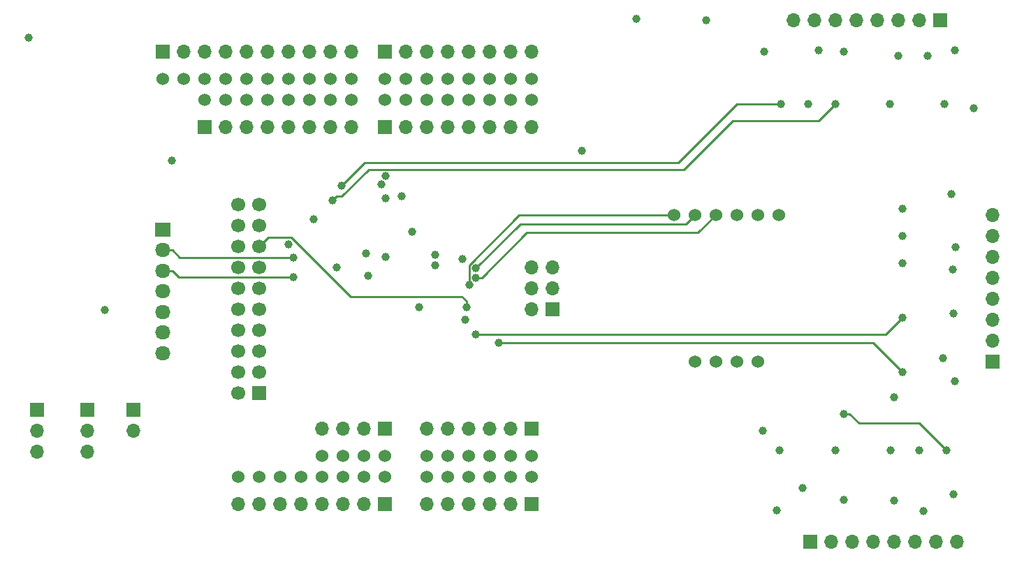
<source format=gbr>
G04 #@! TF.GenerationSoftware,KiCad,Pcbnew,5.0.0-fee4fd1~66~ubuntu18.04.1*
G04 #@! TF.CreationDate,2018-10-02T15:59:07+02:00*
G04 #@! TF.ProjectId,pcb,7063622E6B696361645F706362000000,rev?*
G04 #@! TF.SameCoordinates,Original*
G04 #@! TF.FileFunction,Copper,L3,Inr,Signal*
G04 #@! TF.FilePolarity,Positive*
%FSLAX46Y46*%
G04 Gerber Fmt 4.6, Leading zero omitted, Abs format (unit mm)*
G04 Created by KiCad (PCBNEW 5.0.0-fee4fd1~66~ubuntu18.04.1) date Tue Oct  2 15:59:07 2018*
%MOMM*%
%LPD*%
G01*
G04 APERTURE LIST*
G04 #@! TA.AperFunction,ViaPad*
%ADD10C,1.524000*%
G04 #@! TD*
G04 #@! TA.AperFunction,ViaPad*
%ADD11C,1.523000*%
G04 #@! TD*
G04 #@! TA.AperFunction,ViaPad*
%ADD12O,1.850000X1.700000*%
G04 #@! TD*
G04 #@! TA.AperFunction,ViaPad*
%ADD13R,1.850000X1.700000*%
G04 #@! TD*
G04 #@! TA.AperFunction,ViaPad*
%ADD14O,1.700000X1.700000*%
G04 #@! TD*
G04 #@! TA.AperFunction,ViaPad*
%ADD15R,1.700000X1.700000*%
G04 #@! TD*
G04 #@! TA.AperFunction,ViaPad*
%ADD16C,1.700000*%
G04 #@! TD*
G04 #@! TA.AperFunction,ViaPad*
%ADD17C,1.000000*%
G04 #@! TD*
G04 #@! TA.AperFunction,Conductor*
%ADD18C,0.250000*%
G04 #@! TD*
G04 APERTURE END LIST*
D10*
G04 #@! TO.N,Net-(U2-PadNC1)*
G04 #@! TO.C,U2*
X83820000Y-101600000D03*
G04 #@! TO.N,Net-(JP8-Pad7)*
X86360000Y-101600000D03*
G04 #@! TO.N,/PYNQ_SCL*
X74676000Y-53340000D03*
G04 #@! TO.N,/PYNQ_SDA*
X77216000Y-53340000D03*
G04 #@! TO.N,VCC*
X93980000Y-101600000D03*
D11*
G04 #@! TO.N,Net-(JP4-Pad3)*
X79756000Y-53340000D03*
D10*
G04 #@! TO.N,Net-(JP4-Pad4)*
X82296000Y-53340000D03*
G04 #@! TO.N,Net-(JP4-Pad5)*
X84836000Y-53340000D03*
G04 #@! TO.N,Net-(JP4-Pad6)*
X87376000Y-53340000D03*
G04 #@! TO.N,Net-(JP4-Pad7)*
X89916000Y-53340000D03*
G04 #@! TO.N,Net-(JP4-Pad8)*
X92456000Y-53340000D03*
G04 #@! TO.N,Net-(JP4-Pad9)*
X94996000Y-53340000D03*
G04 #@! TO.N,Net-(JP4-Pad10)*
X97536000Y-53340000D03*
G04 #@! TO.N,Net-(JP3-Pad1)*
X101600000Y-53340000D03*
G04 #@! TO.N,Net-(JP3-Pad2)*
X104140000Y-53340000D03*
G04 #@! TO.N,/PYNQ-DEBUG/LED_2*
X106680000Y-53340000D03*
G04 #@! TO.N,/PYNQ-DEBUG/LED_1*
X109220000Y-53340000D03*
G04 #@! TO.N,/PYNQ-DEBUG/SW_2*
X111760000Y-53340000D03*
G04 #@! TO.N,/PYNQ-DEBUG/SW_1*
X114300000Y-53340000D03*
G04 #@! TO.N,/PYNQ_TX*
X116840000Y-53340000D03*
G04 #@! TO.N,/PYNQ_RX*
X119380000Y-53340000D03*
G04 #@! TO.N,Net-(JP8-Pad6)*
X88900000Y-101600000D03*
G04 #@! TO.N,+3V3*
X91440000Y-101600000D03*
G04 #@! TO.N,GND*
X96520000Y-101600000D03*
X99060000Y-101600000D03*
G04 #@! TO.N,Net-(JP8-Pad1)*
X101600000Y-101600000D03*
G04 #@! TO.N,Net-(JP7-Pad4)*
X111760000Y-101600000D03*
G04 #@! TO.N,Net-(JP7-Pad5)*
X109220000Y-101600000D03*
G04 #@! TO.N,Net-(JP7-Pad6)*
X106680000Y-101600000D03*
G04 #@! TO.N,Net-(JP7-Pad3)*
X114300000Y-101600000D03*
G04 #@! TO.N,Net-(JP7-Pad2)*
X116840000Y-101600000D03*
G04 #@! TO.N,Net-(JP7-Pad1)*
X119380000Y-101600000D03*
G04 #@! TO.N,Net-(JP1-Pad8)*
X119380000Y-55880000D03*
G04 #@! TO.N,Net-(JP1-Pad7)*
X116840000Y-55880000D03*
G04 #@! TO.N,Net-(JP1-Pad6)*
X114300000Y-55880000D03*
G04 #@! TO.N,Net-(JP1-Pad5)*
X111760000Y-55880000D03*
G04 #@! TO.N,Net-(JP1-Pad4)*
X109220000Y-55880000D03*
G04 #@! TO.N,Net-(JP1-Pad3)*
X106680000Y-55880000D03*
G04 #@! TO.N,Net-(JP1-Pad2)*
X104140000Y-55880000D03*
G04 #@! TO.N,Net-(JP1-Pad1)*
X101600000Y-55880000D03*
G04 #@! TO.N,Net-(JP2-Pad8)*
X97536000Y-55880000D03*
G04 #@! TO.N,Net-(JP2-Pad7)*
X94996000Y-55880000D03*
G04 #@! TO.N,Net-(JP2-Pad6)*
X92456000Y-55880000D03*
G04 #@! TO.N,Net-(JP2-Pad5)*
X89916000Y-55880000D03*
G04 #@! TO.N,Net-(JP2-Pad4)*
X87376000Y-55880000D03*
G04 #@! TO.N,Net-(JP2-Pad3)*
X84836000Y-55880000D03*
G04 #@! TO.N,Net-(JP2-Pad2)*
X82296000Y-55880000D03*
D11*
G04 #@! TO.N,Net-(JP2-Pad1)*
X79756000Y-55880000D03*
D10*
G04 #@! TO.N,Net-(JP5-Pad1)*
X119380000Y-99060000D03*
G04 #@! TO.N,Net-(JP5-Pad2)*
X116840000Y-99060000D03*
G04 #@! TO.N,Net-(JP5-Pad3)*
X114300000Y-99060000D03*
G04 #@! TO.N,Net-(JP5-Pad6)*
X106680000Y-99060000D03*
G04 #@! TO.N,Net-(JP5-Pad5)*
X109220000Y-99060000D03*
G04 #@! TO.N,Net-(JP5-Pad4)*
X111760000Y-99060000D03*
G04 #@! TO.N,Net-(JP6-Pad1)*
X101600000Y-99060000D03*
G04 #@! TO.N,Net-(JP6-Pad2)*
X99060000Y-99060000D03*
G04 #@! TO.N,Net-(JP6-Pad3)*
X96520000Y-99060000D03*
G04 #@! TO.N,Net-(JP6-Pad4)*
X93980000Y-99060000D03*
G04 #@! TD*
G04 #@! TO.N,/PB10_IMU_RST*
G04 #@! TO.C,U3*
X136652000Y-69850000D03*
G04 #@! TO.N,/PB12_IMU_SCL*
X139192000Y-69850000D03*
G04 #@! TO.N,/PB11_IMU_SDA*
X141732000Y-69850000D03*
G04 #@! TO.N,GND*
X144272000Y-69850000D03*
G04 #@! TO.N,Net-(U3-Pad5)*
X146812000Y-69850000D03*
G04 #@! TO.N,+3V3*
X149352000Y-69850000D03*
G04 #@! TO.N,Net-(U3-Pad7)*
X146812000Y-87630000D03*
G04 #@! TO.N,Net-(U3-Pad8)*
X144272000Y-87630000D03*
G04 #@! TO.N,/PA9_IMU_INT*
X141732000Y-87630000D03*
G04 #@! TO.N,Net-(U3-Pad10)*
X139192000Y-87630000D03*
G04 #@! TD*
D12*
G04 #@! TO.N,Net-(JP9-Pad2)*
G04 #@! TO.C,U4*
X74676000Y-86628000D03*
G04 #@! TO.N,/LIDAR/MOTO_CTRL*
X74676000Y-84128000D03*
G04 #@! TO.N,GND*
X74676000Y-81628000D03*
G04 #@! TO.N,Net-(C11-Pad1)*
X74676000Y-79128000D03*
G04 #@! TO.N,/LIDAR/RX*
X74676000Y-76628000D03*
G04 #@! TO.N,/LIDAR/TX*
X74676000Y-74128000D03*
D13*
G04 #@! TO.N,GND*
X74676000Y-71628000D03*
G04 #@! TD*
D14*
G04 #@! TO.N,/SPI/MISO*
G04 #@! TO.C,J2*
X119380000Y-76200000D03*
G04 #@! TO.N,Net-(J2-Pad5)*
X121920000Y-76200000D03*
G04 #@! TO.N,/SPI/SCLK*
X119380000Y-78740000D03*
G04 #@! TO.N,/SPI/MOSI*
X121920000Y-78740000D03*
G04 #@! TO.N,/SPI/SS*
X119380000Y-81280000D03*
D15*
G04 #@! TO.N,Net-(J2-Pad1)*
X121920000Y-81280000D03*
G04 #@! TD*
D16*
G04 #@! TO.N,GND*
G04 #@! TO.C,J1*
X83820000Y-68580000D03*
G04 #@! TO.N,Net-(J1-Pad19)*
X86360000Y-68580000D03*
G04 #@! TO.N,GND*
X83820000Y-71120000D03*
G04 #@! TO.N,Net-(J1-Pad17)*
X86360000Y-71120000D03*
G04 #@! TO.N,GND*
X83820000Y-73660000D03*
G04 #@! TO.N,/MCU_RST*
X86360000Y-73660000D03*
G04 #@! TO.N,GND*
X83820000Y-76200000D03*
G04 #@! TO.N,/JTAG/SWO*
X86360000Y-76200000D03*
G04 #@! TO.N,GND*
X83820000Y-78740000D03*
G04 #@! TO.N,Net-(J1-Pad11)*
X86360000Y-78740000D03*
G04 #@! TO.N,GND*
X83820000Y-81280000D03*
G04 #@! TO.N,/JTAG/SWCLK*
X86360000Y-81280000D03*
G04 #@! TO.N,GND*
X83820000Y-83820000D03*
G04 #@! TO.N,/JTAG/SWDIO*
X86360000Y-83820000D03*
G04 #@! TO.N,GND*
X83820000Y-86360000D03*
G04 #@! TO.N,Net-(J1-Pad5)*
X86360000Y-86360000D03*
G04 #@! TO.N,GND*
X83820000Y-88900000D03*
G04 #@! TO.N,Net-(J1-Pad3)*
X86360000Y-88900000D03*
G04 #@! TO.N,Net-(J1-Pad2)*
X83820000Y-91440000D03*
D15*
G04 #@! TO.N,+3V3*
X86360000Y-91440000D03*
G04 #@! TD*
D14*
G04 #@! TO.N,Net-(JP2-Pad8)*
G04 #@! TO.C,JP2*
X97536000Y-59182000D03*
G04 #@! TO.N,Net-(JP2-Pad7)*
X94996000Y-59182000D03*
G04 #@! TO.N,Net-(JP2-Pad6)*
X92456000Y-59182000D03*
G04 #@! TO.N,Net-(JP2-Pad5)*
X89916000Y-59182000D03*
G04 #@! TO.N,Net-(JP2-Pad4)*
X87376000Y-59182000D03*
G04 #@! TO.N,Net-(JP2-Pad3)*
X84836000Y-59182000D03*
G04 #@! TO.N,Net-(JP2-Pad2)*
X82296000Y-59182000D03*
D15*
G04 #@! TO.N,Net-(JP2-Pad1)*
X79756000Y-59182000D03*
G04 #@! TD*
D14*
G04 #@! TO.N,/PYNQ_RX*
G04 #@! TO.C,JP3*
X119380000Y-50038000D03*
G04 #@! TO.N,/PYNQ_TX*
X116840000Y-50038000D03*
G04 #@! TO.N,/PYNQ-DEBUG/SW_1*
X114300000Y-50038000D03*
G04 #@! TO.N,/PYNQ-DEBUG/SW_2*
X111760000Y-50038000D03*
G04 #@! TO.N,/PYNQ-DEBUG/LED_1*
X109220000Y-50038000D03*
G04 #@! TO.N,/PYNQ-DEBUG/LED_2*
X106680000Y-50038000D03*
G04 #@! TO.N,Net-(JP3-Pad2)*
X104140000Y-50038000D03*
D15*
G04 #@! TO.N,Net-(JP3-Pad1)*
X101600000Y-50038000D03*
G04 #@! TD*
D14*
G04 #@! TO.N,GND*
G04 #@! TO.C,BT1*
X71120000Y-96012000D03*
D15*
G04 #@! TO.N,Net-(BT1-Pad1)*
X71120000Y-93472000D03*
G04 #@! TD*
D14*
G04 #@! TO.N,Net-(SW6-Pad5)*
G04 #@! TO.C,U5*
X151130000Y-46228000D03*
G04 #@! TO.N,GND*
X153670000Y-46228000D03*
G04 #@! TO.N,Net-(SW6-Pad2)*
X156210000Y-46228000D03*
G04 #@! TO.N,Net-(SW4-Pad5)*
X158750000Y-46228000D03*
G04 #@! TO.N,GND*
X161290000Y-46228000D03*
G04 #@! TO.N,Net-(SW4-Pad2)*
X163830000Y-46228000D03*
G04 #@! TO.N,Net-(SW3-Pad5)*
X166370000Y-46228000D03*
D15*
G04 #@! TO.N,Net-(SW3-Pad2)*
X168910000Y-46228000D03*
G04 #@! TD*
D14*
G04 #@! TO.N,Net-(SW8-Pad5)*
G04 #@! TO.C,U6*
X175260000Y-69850000D03*
G04 #@! TO.N,GND*
X175260000Y-72390000D03*
G04 #@! TO.N,Net-(SW8-Pad2)*
X175260000Y-74930000D03*
G04 #@! TO.N,Net-(SW7-Pad5)*
X175260000Y-77470000D03*
G04 #@! TO.N,GND*
X175260000Y-80010000D03*
G04 #@! TO.N,Net-(SW7-Pad2)*
X175260000Y-82550000D03*
G04 #@! TO.N,Net-(SW5-Pad5)*
X175260000Y-85090000D03*
D15*
G04 #@! TO.N,Net-(SW5-Pad2)*
X175260000Y-87630000D03*
G04 #@! TD*
D14*
G04 #@! TO.N,Net-(SW11-Pad5)*
G04 #@! TO.C,U7*
X170942000Y-109474000D03*
G04 #@! TO.N,GND*
X168402000Y-109474000D03*
G04 #@! TO.N,Net-(SW11-Pad2)*
X165862000Y-109474000D03*
G04 #@! TO.N,Net-(SW10-Pad5)*
X163322000Y-109474000D03*
G04 #@! TO.N,GND*
X160782000Y-109474000D03*
G04 #@! TO.N,Net-(SW10-Pad2)*
X158242000Y-109474000D03*
G04 #@! TO.N,Net-(SW9-Pad5)*
X155702000Y-109474000D03*
D15*
G04 #@! TO.N,Net-(SW9-Pad2)*
X153162000Y-109474000D03*
G04 #@! TD*
D14*
G04 #@! TO.N,Net-(JP1-Pad8)*
G04 #@! TO.C,JP1*
X119380000Y-59182000D03*
G04 #@! TO.N,Net-(JP1-Pad7)*
X116840000Y-59182000D03*
G04 #@! TO.N,Net-(JP1-Pad6)*
X114300000Y-59182000D03*
G04 #@! TO.N,Net-(JP1-Pad5)*
X111760000Y-59182000D03*
G04 #@! TO.N,Net-(JP1-Pad4)*
X109220000Y-59182000D03*
G04 #@! TO.N,Net-(JP1-Pad3)*
X106680000Y-59182000D03*
G04 #@! TO.N,Net-(JP1-Pad2)*
X104140000Y-59182000D03*
D15*
G04 #@! TO.N,Net-(JP1-Pad1)*
X101600000Y-59182000D03*
G04 #@! TD*
D14*
G04 #@! TO.N,Net-(JP4-Pad10)*
G04 #@! TO.C,JP4*
X97536000Y-50038000D03*
G04 #@! TO.N,Net-(JP4-Pad9)*
X94996000Y-50038000D03*
G04 #@! TO.N,Net-(JP4-Pad8)*
X92456000Y-50038000D03*
G04 #@! TO.N,Net-(JP4-Pad7)*
X89916000Y-50038000D03*
G04 #@! TO.N,Net-(JP4-Pad6)*
X87376000Y-50038000D03*
G04 #@! TO.N,Net-(JP4-Pad5)*
X84836000Y-50038000D03*
G04 #@! TO.N,Net-(JP4-Pad4)*
X82296000Y-50038000D03*
G04 #@! TO.N,Net-(JP4-Pad3)*
X79756000Y-50038000D03*
G04 #@! TO.N,/PYNQ_SDA*
X77216000Y-50038000D03*
D15*
G04 #@! TO.N,/PYNQ_SCL*
X74676000Y-50038000D03*
G04 #@! TD*
D14*
G04 #@! TO.N,Net-(JP5-Pad6)*
G04 #@! TO.C,JP5*
X106680000Y-95758000D03*
G04 #@! TO.N,Net-(JP5-Pad5)*
X109220000Y-95758000D03*
G04 #@! TO.N,Net-(JP5-Pad4)*
X111760000Y-95758000D03*
G04 #@! TO.N,Net-(JP5-Pad3)*
X114300000Y-95758000D03*
G04 #@! TO.N,Net-(JP5-Pad2)*
X116840000Y-95758000D03*
D15*
G04 #@! TO.N,Net-(JP5-Pad1)*
X119380000Y-95758000D03*
G04 #@! TD*
D14*
G04 #@! TO.N,Net-(JP6-Pad4)*
G04 #@! TO.C,JP6*
X93980000Y-95758000D03*
G04 #@! TO.N,Net-(JP6-Pad3)*
X96520000Y-95758000D03*
G04 #@! TO.N,Net-(JP6-Pad2)*
X99060000Y-95758000D03*
D15*
G04 #@! TO.N,Net-(JP6-Pad1)*
X101600000Y-95758000D03*
G04 #@! TD*
D14*
G04 #@! TO.N,Net-(JP7-Pad6)*
G04 #@! TO.C,JP7*
X106680000Y-104902000D03*
G04 #@! TO.N,Net-(JP7-Pad5)*
X109220000Y-104902000D03*
G04 #@! TO.N,Net-(JP7-Pad4)*
X111760000Y-104902000D03*
G04 #@! TO.N,Net-(JP7-Pad3)*
X114300000Y-104902000D03*
G04 #@! TO.N,Net-(JP7-Pad2)*
X116840000Y-104902000D03*
D15*
G04 #@! TO.N,Net-(JP7-Pad1)*
X119380000Y-104902000D03*
G04 #@! TD*
D14*
G04 #@! TO.N,Net-(JP8-Pad8)*
G04 #@! TO.C,JP8*
X83820000Y-104902000D03*
G04 #@! TO.N,Net-(JP8-Pad7)*
X86360000Y-104902000D03*
G04 #@! TO.N,Net-(JP8-Pad6)*
X88900000Y-104902000D03*
G04 #@! TO.N,+3V3*
X91440000Y-104902000D03*
G04 #@! TO.N,VCC*
X93980000Y-104902000D03*
G04 #@! TO.N,GND*
X96520000Y-104902000D03*
X99060000Y-104902000D03*
D15*
G04 #@! TO.N,Net-(JP8-Pad1)*
X101600000Y-104902000D03*
G04 #@! TD*
D14*
G04 #@! TO.N,VCC*
G04 #@! TO.C,JP9*
X65532000Y-98552000D03*
G04 #@! TO.N,Net-(JP9-Pad2)*
X65532000Y-96012000D03*
D15*
G04 #@! TO.N,Net-(BT1-Pad1)*
X65532000Y-93472000D03*
G04 #@! TD*
G04 #@! TO.N,Net-(BT1-Pad1)*
G04 #@! TO.C,JP10*
X59436000Y-93472000D03*
D14*
G04 #@! TO.N,Net-(C11-Pad1)*
X59436000Y-96012000D03*
G04 #@! TO.N,VCC*
X59436000Y-98552000D03*
G04 #@! TD*
D17*
G04 #@! TO.N,GND*
X92964000Y-70358000D03*
X132080000Y-46101000D03*
X140589000Y-46228000D03*
X58420000Y-48387000D03*
X67691000Y-81407000D03*
X95758000Y-76200000D03*
X101727000Y-74930000D03*
X111379000Y-82550000D03*
X111379000Y-82550000D03*
X111379000Y-82550000D03*
G04 #@! TO.N,+3V3*
X110998000Y-75184000D03*
X172974000Y-56896000D03*
X152908000Y-56388000D03*
X163322000Y-91948000D03*
X164338000Y-72390000D03*
X125476000Y-62103000D03*
X147447000Y-96012000D03*
X166370000Y-98425000D03*
X75819000Y-63246000D03*
X99568000Y-77216000D03*
X105791000Y-81026000D03*
X104902000Y-71882000D03*
G04 #@! TO.N,/AVDD_DEC*
X107696000Y-74676000D03*
G04 #@! TO.N,/DEC*
X99314000Y-74549000D03*
G04 #@! TO.N,/JTAG/SWO*
X89916000Y-73406000D03*
G04 #@! TO.N,/MCU_RST*
X111506000Y-81026000D03*
G04 #@! TO.N,/PYNQ_TX*
X101727000Y-67818000D03*
G04 #@! TO.N,/PYNQ_RX*
X103632000Y-67564000D03*
G04 #@! TO.N,/PYNQ_SCL*
X101219000Y-66167000D03*
G04 #@! TO.N,/PYNQ_SDA*
X101727000Y-65151000D03*
G04 #@! TO.N,VCC*
X170688000Y-49911000D03*
X154178000Y-49911000D03*
X170688000Y-90043000D03*
X170815000Y-73787000D03*
X149098000Y-105664000D03*
X166878000Y-105791000D03*
G04 #@! TO.N,/CLOCK/HFXTAL_N*
X107696000Y-75946000D03*
G04 #@! TO.N,/LIDAR/RX*
X90518999Y-77375001D03*
G04 #@! TO.N,/LIDAR/TX*
X90518999Y-75024999D03*
G04 #@! TO.N,Net-(Q1-Pad3)*
X167386000Y-50546000D03*
G04 #@! TO.N,Net-(Q2-Pad3)*
X169291000Y-87249000D03*
G04 #@! TO.N,Net-(Q3-Pad3)*
X163830000Y-50546000D03*
G04 #@! TO.N,Net-(Q4-Pad3)*
X170561000Y-81788000D03*
G04 #@! TO.N,Net-(Q5-Pad3)*
X157226000Y-50038000D03*
G04 #@! TO.N,Net-(Q6-Pad3)*
X170434000Y-76454000D03*
G04 #@! TO.N,Net-(Q7-Pad3)*
X147574000Y-50038000D03*
G04 #@! TO.N,Net-(Q8-Pad3)*
X170307000Y-67310000D03*
G04 #@! TO.N,Net-(Q9-Pad3)*
X152273000Y-102997000D03*
G04 #@! TO.N,Net-(Q10-Pad3)*
X157226000Y-104394000D03*
G04 #@! TO.N,Net-(Q11-Pad3)*
X163322000Y-104521000D03*
G04 #@! TO.N,Net-(Q12-Pad3)*
X170561000Y-103759000D03*
G04 #@! TO.N,/PF11_ARX*
X156210000Y-56388000D03*
X95250000Y-68072000D03*
G04 #@! TO.N,/PB8_CRX*
X164338000Y-75692000D03*
G04 #@! TO.N,/PF10_ATX*
X149606000Y-56388000D03*
X96393000Y-66294000D03*
G04 #@! TO.N,/PB7_CTX*
X164338000Y-69088000D03*
G04 #@! TO.N,/PC3_BRX*
X162941000Y-98425000D03*
G04 #@! TO.N,/PC2_BTX*
X169672000Y-98425000D03*
X157226000Y-93980000D03*
G04 #@! TO.N,/PB11_IMU_SDA*
X112649000Y-77478001D03*
G04 #@! TO.N,/PB12_IMU_SCL*
X112649000Y-76327000D03*
G04 #@! TO.N,/PB10_IMU_RST*
X111887000Y-78359000D03*
G04 #@! TO.N,/PD6_A1*
X169418000Y-56388000D03*
G04 #@! TO.N,/PD7_A2*
X162814000Y-56388000D03*
G04 #@! TO.N,/PA7_C1*
X115443000Y-85344000D03*
X164338000Y-88900000D03*
G04 #@! TO.N,/PA8_C2*
X112649000Y-84328000D03*
X164338000Y-82296000D03*
G04 #@! TO.N,/PC0_B1*
X149479000Y-98425000D03*
G04 #@! TO.N,/PC1_B2*
X156210000Y-98425000D03*
G04 #@! TD*
D18*
G04 #@! TO.N,/MCU_RST*
X111506000Y-80318894D02*
X110943106Y-79756000D01*
X111506000Y-81026000D02*
X111506000Y-80318894D01*
X87439001Y-72580999D02*
X87209999Y-72810001D01*
X90312001Y-72580999D02*
X87439001Y-72580999D01*
X87209999Y-72810001D02*
X86360000Y-73660000D01*
X97487002Y-79756000D02*
X90312001Y-72580999D01*
X110943106Y-79756000D02*
X97487002Y-79756000D01*
G04 #@! TO.N,/LIDAR/RX*
X76598001Y-77375001D02*
X90518999Y-77375001D01*
X74676000Y-76628000D02*
X75851000Y-76628000D01*
X75851000Y-76628000D02*
X76598001Y-77375001D01*
X90137999Y-77375001D02*
X90391999Y-77375001D01*
X90391999Y-77375001D02*
X90518999Y-77375001D01*
X90518999Y-77375001D02*
X90137999Y-77375001D01*
G04 #@! TO.N,/LIDAR/TX*
X76747999Y-75024999D02*
X90518999Y-75024999D01*
X74676000Y-74128000D02*
X75851000Y-74128000D01*
X75851000Y-74128000D02*
X76747999Y-75024999D01*
X90518999Y-75024999D02*
X90518999Y-75024999D01*
G04 #@! TO.N,/PF11_ARX*
X95749999Y-67572001D02*
X96384999Y-67572001D01*
X95250000Y-68072000D02*
X95749999Y-67572001D01*
X99631001Y-64325999D02*
X137858001Y-64325999D01*
X96384999Y-67572001D02*
X99631001Y-64325999D01*
X137858001Y-64325999D02*
X143764000Y-58420000D01*
X154178000Y-58420000D02*
X156210000Y-56388000D01*
X143764000Y-58420000D02*
X154178000Y-58420000D01*
G04 #@! TO.N,/PF10_ATX*
X137160000Y-63500000D02*
X144272000Y-56388000D01*
X144272000Y-56388000D02*
X149606000Y-56388000D01*
X96393000Y-66294000D02*
X99187000Y-63500000D01*
X99187000Y-63500000D02*
X137160000Y-63500000D01*
G04 #@! TO.N,/PC2_BTX*
X157933106Y-93980000D02*
X159076106Y-95123000D01*
X157226000Y-93980000D02*
X157933106Y-93980000D01*
X166370000Y-95123000D02*
X169672000Y-98425000D01*
X159076106Y-95123000D02*
X166370000Y-95123000D01*
G04 #@! TO.N,/PB11_IMU_SDA*
X113356106Y-77478001D02*
X118825107Y-72009000D01*
X112649000Y-77478001D02*
X113356106Y-77478001D01*
X139573000Y-72009000D02*
X141732000Y-69850000D01*
X118825107Y-72009000D02*
X139573000Y-72009000D01*
G04 #@! TO.N,/PB12_IMU_SCL*
X138430001Y-70611999D02*
X139192000Y-69850000D01*
X138104999Y-70937001D02*
X138430001Y-70611999D01*
X118038999Y-70937001D02*
X138104999Y-70937001D01*
X112649000Y-76327000D02*
X118038999Y-70937001D01*
G04 #@! TO.N,/PB10_IMU_RST*
X135574370Y-69850000D02*
X136652000Y-69850000D01*
X117904998Y-69850000D02*
X135574370Y-69850000D01*
X111823999Y-75930999D02*
X117904998Y-69850000D01*
X111823999Y-78295999D02*
X111823999Y-75930999D01*
X111887000Y-78359000D02*
X111823999Y-78295999D01*
G04 #@! TO.N,/PA7_C1*
X160782000Y-85344000D02*
X164338000Y-88900000D01*
X115443000Y-85344000D02*
X160782000Y-85344000D01*
G04 #@! TO.N,/PA8_C2*
X162306000Y-84328000D02*
X164338000Y-82296000D01*
X112649000Y-84328000D02*
X162306000Y-84328000D01*
G04 #@! TD*
M02*

</source>
